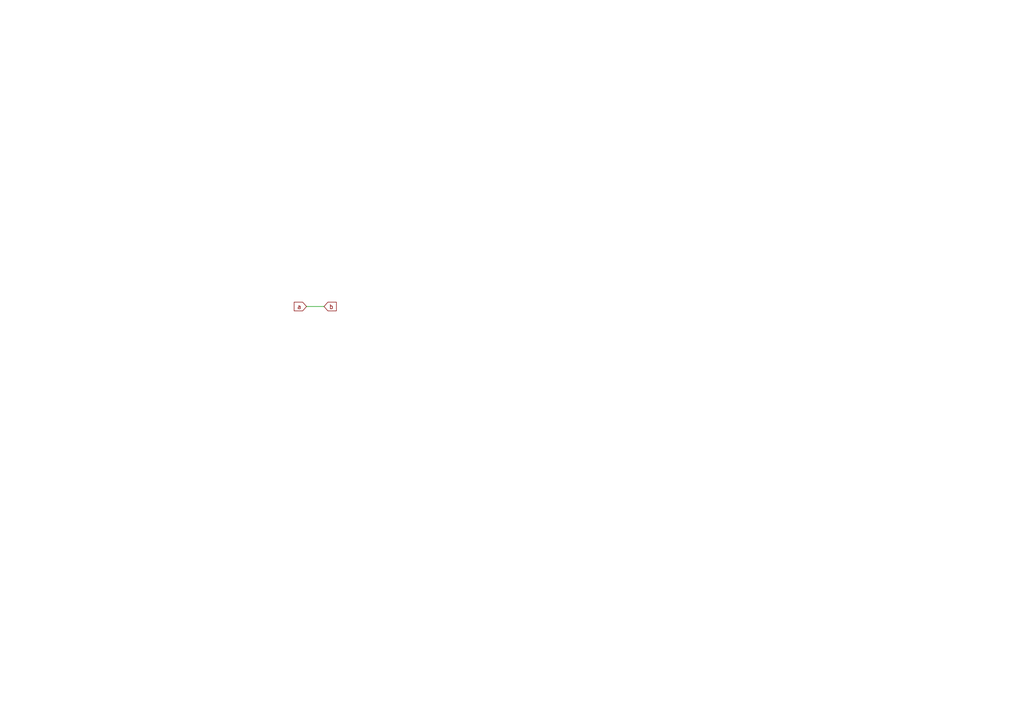
<source format=kicad_sch>
(kicad_sch (version 20211123) (generator eeschema)
  (paper "A4")
  (title_block (title "Simple Circuit") (date "2022-08-02") (rev "v01"))
  (lib_symbols)
  (wire (pts (xy 88.9 88.9) (xy 93.98 88.9)))
  (global_label "b" (shape input) (at 93.98 88.9 0) (property "Intersheet References" "${INTERSHEET_REFS}" (effects hide)))
  (global_label "a" (shape input) (at 88.9 88.9 180) (property "Intersheet References" "${INTERSHEET_REFS}" (effects hide)))
)
</source>
